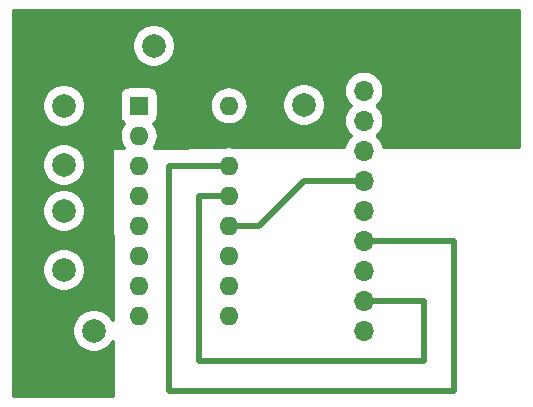
<source format=gbr>
G04 #@! TF.GenerationSoftware,KiCad,Pcbnew,(5.1.4)-1*
G04 #@! TF.CreationDate,2019-11-18T21:48:27+01:00*
G04 #@! TF.ProjectId,UART_RS232,55415254-5f52-4533-9233-322e6b696361,rev?*
G04 #@! TF.SameCoordinates,Original*
G04 #@! TF.FileFunction,Copper,L2,Bot*
G04 #@! TF.FilePolarity,Positive*
%FSLAX46Y46*%
G04 Gerber Fmt 4.6, Leading zero omitted, Abs format (unit mm)*
G04 Created by KiCad (PCBNEW (5.1.4)-1) date 2019-11-18 21:48:27*
%MOMM*%
%LPD*%
G04 APERTURE LIST*
%ADD10O,1.600000X1.600000*%
%ADD11R,1.600000X1.600000*%
%ADD12C,2.000000*%
%ADD13R,1.700000X1.700000*%
%ADD14O,1.700000X1.700000*%
%ADD15C,0.500000*%
%ADD16C,0.300000*%
G04 APERTURE END LIST*
D10*
X122580400Y-84226400D03*
X114960400Y-102006400D03*
X122580400Y-86766400D03*
X114960400Y-99466400D03*
X122580400Y-89306400D03*
X114960400Y-96926400D03*
X122580400Y-91846400D03*
X114960400Y-94386400D03*
X122580400Y-94386400D03*
X114960400Y-91846400D03*
X122580400Y-96926400D03*
X114960400Y-89306400D03*
X122580400Y-99466400D03*
X114960400Y-86766400D03*
X122580400Y-102006400D03*
D11*
X114960400Y-84226400D03*
D12*
X108610400Y-93116400D03*
X108610400Y-98116400D03*
X128930400Y-79146400D03*
X128930400Y-84146400D03*
D13*
X134010400Y-80416400D03*
D14*
X134010400Y-82956400D03*
X134010400Y-85496400D03*
X134010400Y-88036400D03*
X134010400Y-90576400D03*
X134010400Y-93116400D03*
X134010400Y-95656400D03*
X134010400Y-98196400D03*
X134010400Y-100736400D03*
X134010400Y-103276400D03*
D12*
X108610400Y-89226400D03*
X108610400Y-84226400D03*
X116230400Y-79146400D03*
X121230400Y-79146400D03*
X106150400Y-103276400D03*
X111150400Y-103276400D03*
D15*
X125120400Y-94386400D02*
X122580400Y-94386400D01*
X128930400Y-90576400D02*
X125120400Y-94386400D01*
X128930400Y-90576400D02*
X134010400Y-90576400D01*
X117500400Y-89306400D02*
X122580400Y-89306400D01*
X117500400Y-108356400D02*
X117500400Y-89306400D01*
X141630400Y-108356400D02*
X117500400Y-108356400D01*
X136550400Y-95656400D02*
X141630400Y-95656400D01*
X141630400Y-95656400D02*
X141630400Y-108356400D01*
X134010400Y-95656400D02*
X137820400Y-95656400D01*
X122580400Y-91846400D02*
X120040400Y-91846400D01*
X120040400Y-91846400D02*
X120040400Y-105816400D01*
X120040400Y-105816400D02*
X139090400Y-105816400D01*
X139090400Y-105816400D02*
X139090400Y-100736400D01*
X139090400Y-100736400D02*
X136550400Y-100736400D01*
X134010400Y-100736400D02*
X137820400Y-100736400D01*
D16*
G36*
X147105400Y-87708782D02*
G01*
X135688071Y-87726180D01*
X135685802Y-87703142D01*
X135588594Y-87382691D01*
X135430737Y-87087361D01*
X135218297Y-86828503D01*
X135142625Y-86766400D01*
X135218297Y-86704297D01*
X135430737Y-86445439D01*
X135588594Y-86150109D01*
X135685802Y-85829658D01*
X135718625Y-85496400D01*
X135685802Y-85163142D01*
X135588594Y-84842691D01*
X135430737Y-84547361D01*
X135218297Y-84288503D01*
X135142625Y-84226400D01*
X135218297Y-84164297D01*
X135430737Y-83905439D01*
X135588594Y-83610109D01*
X135685802Y-83289658D01*
X135718625Y-82956400D01*
X135685802Y-82623142D01*
X135588594Y-82302691D01*
X135430737Y-82007361D01*
X135218297Y-81748503D01*
X134959439Y-81536063D01*
X134664109Y-81378206D01*
X134343658Y-81280998D01*
X134093910Y-81256400D01*
X133926890Y-81256400D01*
X133677142Y-81280998D01*
X133356691Y-81378206D01*
X133061361Y-81536063D01*
X132802503Y-81748503D01*
X132590063Y-82007361D01*
X132432206Y-82302691D01*
X132334998Y-82623142D01*
X132302175Y-82956400D01*
X132334998Y-83289658D01*
X132432206Y-83610109D01*
X132590063Y-83905439D01*
X132802503Y-84164297D01*
X132878175Y-84226400D01*
X132802503Y-84288503D01*
X132590063Y-84547361D01*
X132432206Y-84842691D01*
X132334998Y-85163142D01*
X132302175Y-85496400D01*
X132334998Y-85829658D01*
X132432206Y-86150109D01*
X132590063Y-86445439D01*
X132802503Y-86704297D01*
X132878175Y-86766400D01*
X132802503Y-86828503D01*
X132590063Y-87087361D01*
X132432206Y-87382691D01*
X132334998Y-87703142D01*
X132332225Y-87731294D01*
X123118327Y-87745333D01*
X122903856Y-87680275D01*
X122661452Y-87656400D01*
X122499348Y-87656400D01*
X122256944Y-87680275D01*
X122037041Y-87746981D01*
X116282973Y-87755749D01*
X116338962Y-87687526D01*
X116492177Y-87400883D01*
X116586525Y-87089856D01*
X116618383Y-86766400D01*
X116586525Y-86442944D01*
X116492177Y-86131917D01*
X116338962Y-85845274D01*
X116243781Y-85729295D01*
X116364348Y-85630348D01*
X116470568Y-85500919D01*
X116549497Y-85353255D01*
X116598100Y-85193029D01*
X116614512Y-85026400D01*
X116614512Y-84226400D01*
X120922417Y-84226400D01*
X120954275Y-84549856D01*
X121048623Y-84860883D01*
X121201838Y-85147526D01*
X121408029Y-85398771D01*
X121659274Y-85604962D01*
X121945917Y-85758177D01*
X122256944Y-85852525D01*
X122499348Y-85876400D01*
X122661452Y-85876400D01*
X122903856Y-85852525D01*
X123214883Y-85758177D01*
X123501526Y-85604962D01*
X123752771Y-85398771D01*
X123958962Y-85147526D01*
X124112177Y-84860883D01*
X124206525Y-84549856D01*
X124238383Y-84226400D01*
X124212558Y-83964191D01*
X127080400Y-83964191D01*
X127080400Y-84328609D01*
X127151495Y-84686025D01*
X127290952Y-85022703D01*
X127493411Y-85325706D01*
X127751094Y-85583389D01*
X128054097Y-85785848D01*
X128390775Y-85925305D01*
X128748191Y-85996400D01*
X129112609Y-85996400D01*
X129470025Y-85925305D01*
X129806703Y-85785848D01*
X130109706Y-85583389D01*
X130367389Y-85325706D01*
X130569848Y-85022703D01*
X130709305Y-84686025D01*
X130780400Y-84328609D01*
X130780400Y-83964191D01*
X130709305Y-83606775D01*
X130569848Y-83270097D01*
X130367389Y-82967094D01*
X130109706Y-82709411D01*
X129806703Y-82506952D01*
X129470025Y-82367495D01*
X129112609Y-82296400D01*
X128748191Y-82296400D01*
X128390775Y-82367495D01*
X128054097Y-82506952D01*
X127751094Y-82709411D01*
X127493411Y-82967094D01*
X127290952Y-83270097D01*
X127151495Y-83606775D01*
X127080400Y-83964191D01*
X124212558Y-83964191D01*
X124206525Y-83902944D01*
X124112177Y-83591917D01*
X123958962Y-83305274D01*
X123752771Y-83054029D01*
X123501526Y-82847838D01*
X123214883Y-82694623D01*
X122903856Y-82600275D01*
X122661452Y-82576400D01*
X122499348Y-82576400D01*
X122256944Y-82600275D01*
X121945917Y-82694623D01*
X121659274Y-82847838D01*
X121408029Y-83054029D01*
X121201838Y-83305274D01*
X121048623Y-83591917D01*
X120954275Y-83902944D01*
X120922417Y-84226400D01*
X116614512Y-84226400D01*
X116614512Y-83426400D01*
X116598100Y-83259771D01*
X116549497Y-83099545D01*
X116470568Y-82951881D01*
X116364348Y-82822452D01*
X116234919Y-82716232D01*
X116087255Y-82637303D01*
X115927029Y-82588700D01*
X115760400Y-82572288D01*
X114160400Y-82572288D01*
X113993771Y-82588700D01*
X113833545Y-82637303D01*
X113685881Y-82716232D01*
X113556452Y-82822452D01*
X113450232Y-82951881D01*
X113371303Y-83099545D01*
X113322700Y-83259771D01*
X113306288Y-83426400D01*
X113306288Y-85026400D01*
X113322700Y-85193029D01*
X113371303Y-85353255D01*
X113450232Y-85500919D01*
X113556452Y-85630348D01*
X113677019Y-85729295D01*
X113581838Y-85845274D01*
X113428623Y-86131917D01*
X113334275Y-86442944D01*
X113302417Y-86766400D01*
X113334275Y-87089856D01*
X113428623Y-87400883D01*
X113581838Y-87687526D01*
X113641131Y-87759775D01*
X112844828Y-87760988D01*
X112815569Y-87763915D01*
X112787443Y-87772494D01*
X112761532Y-87786395D01*
X112738829Y-87805084D01*
X112720210Y-87827843D01*
X112706388Y-87853797D01*
X112697895Y-87881949D01*
X112695058Y-87911635D01*
X112757364Y-102351481D01*
X112587389Y-102097094D01*
X112329706Y-101839411D01*
X112026703Y-101636952D01*
X111690025Y-101497495D01*
X111332609Y-101426400D01*
X110968191Y-101426400D01*
X110610775Y-101497495D01*
X110274097Y-101636952D01*
X109971094Y-101839411D01*
X109713411Y-102097094D01*
X109510952Y-102400097D01*
X109371495Y-102736775D01*
X109300400Y-103094191D01*
X109300400Y-103458609D01*
X109371495Y-103816025D01*
X109510952Y-104152703D01*
X109713411Y-104455706D01*
X109971094Y-104713389D01*
X110274097Y-104915848D01*
X110610775Y-105055305D01*
X110968191Y-105126400D01*
X111332609Y-105126400D01*
X111690025Y-105055305D01*
X112026703Y-104915848D01*
X112329706Y-104713389D01*
X112587389Y-104455706D01*
X112765295Y-104189450D01*
X112784979Y-108751400D01*
X104405400Y-108751400D01*
X104405400Y-97934191D01*
X106760400Y-97934191D01*
X106760400Y-98298609D01*
X106831495Y-98656025D01*
X106970952Y-98992703D01*
X107173411Y-99295706D01*
X107431094Y-99553389D01*
X107734097Y-99755848D01*
X108070775Y-99895305D01*
X108428191Y-99966400D01*
X108792609Y-99966400D01*
X109150025Y-99895305D01*
X109486703Y-99755848D01*
X109789706Y-99553389D01*
X110047389Y-99295706D01*
X110249848Y-98992703D01*
X110389305Y-98656025D01*
X110460400Y-98298609D01*
X110460400Y-97934191D01*
X110389305Y-97576775D01*
X110249848Y-97240097D01*
X110047389Y-96937094D01*
X109789706Y-96679411D01*
X109486703Y-96476952D01*
X109150025Y-96337495D01*
X108792609Y-96266400D01*
X108428191Y-96266400D01*
X108070775Y-96337495D01*
X107734097Y-96476952D01*
X107431094Y-96679411D01*
X107173411Y-96937094D01*
X106970952Y-97240097D01*
X106831495Y-97576775D01*
X106760400Y-97934191D01*
X104405400Y-97934191D01*
X104405400Y-92934191D01*
X106760400Y-92934191D01*
X106760400Y-93298609D01*
X106831495Y-93656025D01*
X106970952Y-93992703D01*
X107173411Y-94295706D01*
X107431094Y-94553389D01*
X107734097Y-94755848D01*
X108070775Y-94895305D01*
X108428191Y-94966400D01*
X108792609Y-94966400D01*
X109150025Y-94895305D01*
X109486703Y-94755848D01*
X109789706Y-94553389D01*
X110047389Y-94295706D01*
X110249848Y-93992703D01*
X110389305Y-93656025D01*
X110460400Y-93298609D01*
X110460400Y-92934191D01*
X110389305Y-92576775D01*
X110249848Y-92240097D01*
X110047389Y-91937094D01*
X109789706Y-91679411D01*
X109486703Y-91476952D01*
X109150025Y-91337495D01*
X108792609Y-91266400D01*
X108428191Y-91266400D01*
X108070775Y-91337495D01*
X107734097Y-91476952D01*
X107431094Y-91679411D01*
X107173411Y-91937094D01*
X106970952Y-92240097D01*
X106831495Y-92576775D01*
X106760400Y-92934191D01*
X104405400Y-92934191D01*
X104405400Y-89044191D01*
X106760400Y-89044191D01*
X106760400Y-89408609D01*
X106831495Y-89766025D01*
X106970952Y-90102703D01*
X107173411Y-90405706D01*
X107431094Y-90663389D01*
X107734097Y-90865848D01*
X108070775Y-91005305D01*
X108428191Y-91076400D01*
X108792609Y-91076400D01*
X109150025Y-91005305D01*
X109486703Y-90865848D01*
X109789706Y-90663389D01*
X110047389Y-90405706D01*
X110249848Y-90102703D01*
X110389305Y-89766025D01*
X110460400Y-89408609D01*
X110460400Y-89044191D01*
X110389305Y-88686775D01*
X110249848Y-88350097D01*
X110047389Y-88047094D01*
X109789706Y-87789411D01*
X109486703Y-87586952D01*
X109150025Y-87447495D01*
X108792609Y-87376400D01*
X108428191Y-87376400D01*
X108070775Y-87447495D01*
X107734097Y-87586952D01*
X107431094Y-87789411D01*
X107173411Y-88047094D01*
X106970952Y-88350097D01*
X106831495Y-88686775D01*
X106760400Y-89044191D01*
X104405400Y-89044191D01*
X104405400Y-84044191D01*
X106760400Y-84044191D01*
X106760400Y-84408609D01*
X106831495Y-84766025D01*
X106970952Y-85102703D01*
X107173411Y-85405706D01*
X107431094Y-85663389D01*
X107734097Y-85865848D01*
X108070775Y-86005305D01*
X108428191Y-86076400D01*
X108792609Y-86076400D01*
X109150025Y-86005305D01*
X109486703Y-85865848D01*
X109789706Y-85663389D01*
X110047389Y-85405706D01*
X110249848Y-85102703D01*
X110389305Y-84766025D01*
X110460400Y-84408609D01*
X110460400Y-84044191D01*
X110389305Y-83686775D01*
X110249848Y-83350097D01*
X110047389Y-83047094D01*
X109789706Y-82789411D01*
X109486703Y-82586952D01*
X109150025Y-82447495D01*
X108792609Y-82376400D01*
X108428191Y-82376400D01*
X108070775Y-82447495D01*
X107734097Y-82586952D01*
X107431094Y-82789411D01*
X107173411Y-83047094D01*
X106970952Y-83350097D01*
X106831495Y-83686775D01*
X106760400Y-84044191D01*
X104405400Y-84044191D01*
X104405400Y-78964191D01*
X114380400Y-78964191D01*
X114380400Y-79328609D01*
X114451495Y-79686025D01*
X114590952Y-80022703D01*
X114793411Y-80325706D01*
X115051094Y-80583389D01*
X115354097Y-80785848D01*
X115690775Y-80925305D01*
X116048191Y-80996400D01*
X116412609Y-80996400D01*
X116770025Y-80925305D01*
X117106703Y-80785848D01*
X117409706Y-80583389D01*
X117667389Y-80325706D01*
X117869848Y-80022703D01*
X118009305Y-79686025D01*
X118080400Y-79328609D01*
X118080400Y-78964191D01*
X118009305Y-78606775D01*
X117869848Y-78270097D01*
X117667389Y-77967094D01*
X117409706Y-77709411D01*
X117106703Y-77506952D01*
X116770025Y-77367495D01*
X116412609Y-77296400D01*
X116048191Y-77296400D01*
X115690775Y-77367495D01*
X115354097Y-77506952D01*
X115051094Y-77709411D01*
X114793411Y-77967094D01*
X114590952Y-78270097D01*
X114451495Y-78606775D01*
X114380400Y-78964191D01*
X104405400Y-78964191D01*
X104405400Y-76211400D01*
X147105400Y-76211400D01*
X147105400Y-87708782D01*
X147105400Y-87708782D01*
G37*
X147105400Y-87708782D02*
X135688071Y-87726180D01*
X135685802Y-87703142D01*
X135588594Y-87382691D01*
X135430737Y-87087361D01*
X135218297Y-86828503D01*
X135142625Y-86766400D01*
X135218297Y-86704297D01*
X135430737Y-86445439D01*
X135588594Y-86150109D01*
X135685802Y-85829658D01*
X135718625Y-85496400D01*
X135685802Y-85163142D01*
X135588594Y-84842691D01*
X135430737Y-84547361D01*
X135218297Y-84288503D01*
X135142625Y-84226400D01*
X135218297Y-84164297D01*
X135430737Y-83905439D01*
X135588594Y-83610109D01*
X135685802Y-83289658D01*
X135718625Y-82956400D01*
X135685802Y-82623142D01*
X135588594Y-82302691D01*
X135430737Y-82007361D01*
X135218297Y-81748503D01*
X134959439Y-81536063D01*
X134664109Y-81378206D01*
X134343658Y-81280998D01*
X134093910Y-81256400D01*
X133926890Y-81256400D01*
X133677142Y-81280998D01*
X133356691Y-81378206D01*
X133061361Y-81536063D01*
X132802503Y-81748503D01*
X132590063Y-82007361D01*
X132432206Y-82302691D01*
X132334998Y-82623142D01*
X132302175Y-82956400D01*
X132334998Y-83289658D01*
X132432206Y-83610109D01*
X132590063Y-83905439D01*
X132802503Y-84164297D01*
X132878175Y-84226400D01*
X132802503Y-84288503D01*
X132590063Y-84547361D01*
X132432206Y-84842691D01*
X132334998Y-85163142D01*
X132302175Y-85496400D01*
X132334998Y-85829658D01*
X132432206Y-86150109D01*
X132590063Y-86445439D01*
X132802503Y-86704297D01*
X132878175Y-86766400D01*
X132802503Y-86828503D01*
X132590063Y-87087361D01*
X132432206Y-87382691D01*
X132334998Y-87703142D01*
X132332225Y-87731294D01*
X123118327Y-87745333D01*
X122903856Y-87680275D01*
X122661452Y-87656400D01*
X122499348Y-87656400D01*
X122256944Y-87680275D01*
X122037041Y-87746981D01*
X116282973Y-87755749D01*
X116338962Y-87687526D01*
X116492177Y-87400883D01*
X116586525Y-87089856D01*
X116618383Y-86766400D01*
X116586525Y-86442944D01*
X116492177Y-86131917D01*
X116338962Y-85845274D01*
X116243781Y-85729295D01*
X116364348Y-85630348D01*
X116470568Y-85500919D01*
X116549497Y-85353255D01*
X116598100Y-85193029D01*
X116614512Y-85026400D01*
X116614512Y-84226400D01*
X120922417Y-84226400D01*
X120954275Y-84549856D01*
X121048623Y-84860883D01*
X121201838Y-85147526D01*
X121408029Y-85398771D01*
X121659274Y-85604962D01*
X121945917Y-85758177D01*
X122256944Y-85852525D01*
X122499348Y-85876400D01*
X122661452Y-85876400D01*
X122903856Y-85852525D01*
X123214883Y-85758177D01*
X123501526Y-85604962D01*
X123752771Y-85398771D01*
X123958962Y-85147526D01*
X124112177Y-84860883D01*
X124206525Y-84549856D01*
X124238383Y-84226400D01*
X124212558Y-83964191D01*
X127080400Y-83964191D01*
X127080400Y-84328609D01*
X127151495Y-84686025D01*
X127290952Y-85022703D01*
X127493411Y-85325706D01*
X127751094Y-85583389D01*
X128054097Y-85785848D01*
X128390775Y-85925305D01*
X128748191Y-85996400D01*
X129112609Y-85996400D01*
X129470025Y-85925305D01*
X129806703Y-85785848D01*
X130109706Y-85583389D01*
X130367389Y-85325706D01*
X130569848Y-85022703D01*
X130709305Y-84686025D01*
X130780400Y-84328609D01*
X130780400Y-83964191D01*
X130709305Y-83606775D01*
X130569848Y-83270097D01*
X130367389Y-82967094D01*
X130109706Y-82709411D01*
X129806703Y-82506952D01*
X129470025Y-82367495D01*
X129112609Y-82296400D01*
X128748191Y-82296400D01*
X128390775Y-82367495D01*
X128054097Y-82506952D01*
X127751094Y-82709411D01*
X127493411Y-82967094D01*
X127290952Y-83270097D01*
X127151495Y-83606775D01*
X127080400Y-83964191D01*
X124212558Y-83964191D01*
X124206525Y-83902944D01*
X124112177Y-83591917D01*
X123958962Y-83305274D01*
X123752771Y-83054029D01*
X123501526Y-82847838D01*
X123214883Y-82694623D01*
X122903856Y-82600275D01*
X122661452Y-82576400D01*
X122499348Y-82576400D01*
X122256944Y-82600275D01*
X121945917Y-82694623D01*
X121659274Y-82847838D01*
X121408029Y-83054029D01*
X121201838Y-83305274D01*
X121048623Y-83591917D01*
X120954275Y-83902944D01*
X120922417Y-84226400D01*
X116614512Y-84226400D01*
X116614512Y-83426400D01*
X116598100Y-83259771D01*
X116549497Y-83099545D01*
X116470568Y-82951881D01*
X116364348Y-82822452D01*
X116234919Y-82716232D01*
X116087255Y-82637303D01*
X115927029Y-82588700D01*
X115760400Y-82572288D01*
X114160400Y-82572288D01*
X113993771Y-82588700D01*
X113833545Y-82637303D01*
X113685881Y-82716232D01*
X113556452Y-82822452D01*
X113450232Y-82951881D01*
X113371303Y-83099545D01*
X113322700Y-83259771D01*
X113306288Y-83426400D01*
X113306288Y-85026400D01*
X113322700Y-85193029D01*
X113371303Y-85353255D01*
X113450232Y-85500919D01*
X113556452Y-85630348D01*
X113677019Y-85729295D01*
X113581838Y-85845274D01*
X113428623Y-86131917D01*
X113334275Y-86442944D01*
X113302417Y-86766400D01*
X113334275Y-87089856D01*
X113428623Y-87400883D01*
X113581838Y-87687526D01*
X113641131Y-87759775D01*
X112844828Y-87760988D01*
X112815569Y-87763915D01*
X112787443Y-87772494D01*
X112761532Y-87786395D01*
X112738829Y-87805084D01*
X112720210Y-87827843D01*
X112706388Y-87853797D01*
X112697895Y-87881949D01*
X112695058Y-87911635D01*
X112757364Y-102351481D01*
X112587389Y-102097094D01*
X112329706Y-101839411D01*
X112026703Y-101636952D01*
X111690025Y-101497495D01*
X111332609Y-101426400D01*
X110968191Y-101426400D01*
X110610775Y-101497495D01*
X110274097Y-101636952D01*
X109971094Y-101839411D01*
X109713411Y-102097094D01*
X109510952Y-102400097D01*
X109371495Y-102736775D01*
X109300400Y-103094191D01*
X109300400Y-103458609D01*
X109371495Y-103816025D01*
X109510952Y-104152703D01*
X109713411Y-104455706D01*
X109971094Y-104713389D01*
X110274097Y-104915848D01*
X110610775Y-105055305D01*
X110968191Y-105126400D01*
X111332609Y-105126400D01*
X111690025Y-105055305D01*
X112026703Y-104915848D01*
X112329706Y-104713389D01*
X112587389Y-104455706D01*
X112765295Y-104189450D01*
X112784979Y-108751400D01*
X104405400Y-108751400D01*
X104405400Y-97934191D01*
X106760400Y-97934191D01*
X106760400Y-98298609D01*
X106831495Y-98656025D01*
X106970952Y-98992703D01*
X107173411Y-99295706D01*
X107431094Y-99553389D01*
X107734097Y-99755848D01*
X108070775Y-99895305D01*
X108428191Y-99966400D01*
X108792609Y-99966400D01*
X109150025Y-99895305D01*
X109486703Y-99755848D01*
X109789706Y-99553389D01*
X110047389Y-99295706D01*
X110249848Y-98992703D01*
X110389305Y-98656025D01*
X110460400Y-98298609D01*
X110460400Y-97934191D01*
X110389305Y-97576775D01*
X110249848Y-97240097D01*
X110047389Y-96937094D01*
X109789706Y-96679411D01*
X109486703Y-96476952D01*
X109150025Y-96337495D01*
X108792609Y-96266400D01*
X108428191Y-96266400D01*
X108070775Y-96337495D01*
X107734097Y-96476952D01*
X107431094Y-96679411D01*
X107173411Y-96937094D01*
X106970952Y-97240097D01*
X106831495Y-97576775D01*
X106760400Y-97934191D01*
X104405400Y-97934191D01*
X104405400Y-92934191D01*
X106760400Y-92934191D01*
X106760400Y-93298609D01*
X106831495Y-93656025D01*
X106970952Y-93992703D01*
X107173411Y-94295706D01*
X107431094Y-94553389D01*
X107734097Y-94755848D01*
X108070775Y-94895305D01*
X108428191Y-94966400D01*
X108792609Y-94966400D01*
X109150025Y-94895305D01*
X109486703Y-94755848D01*
X109789706Y-94553389D01*
X110047389Y-94295706D01*
X110249848Y-93992703D01*
X110389305Y-93656025D01*
X110460400Y-93298609D01*
X110460400Y-92934191D01*
X110389305Y-92576775D01*
X110249848Y-92240097D01*
X110047389Y-91937094D01*
X109789706Y-91679411D01*
X109486703Y-91476952D01*
X109150025Y-91337495D01*
X108792609Y-91266400D01*
X108428191Y-91266400D01*
X108070775Y-91337495D01*
X107734097Y-91476952D01*
X107431094Y-91679411D01*
X107173411Y-91937094D01*
X106970952Y-92240097D01*
X106831495Y-92576775D01*
X106760400Y-92934191D01*
X104405400Y-92934191D01*
X104405400Y-89044191D01*
X106760400Y-89044191D01*
X106760400Y-89408609D01*
X106831495Y-89766025D01*
X106970952Y-90102703D01*
X107173411Y-90405706D01*
X107431094Y-90663389D01*
X107734097Y-90865848D01*
X108070775Y-91005305D01*
X108428191Y-91076400D01*
X108792609Y-91076400D01*
X109150025Y-91005305D01*
X109486703Y-90865848D01*
X109789706Y-90663389D01*
X110047389Y-90405706D01*
X110249848Y-90102703D01*
X110389305Y-89766025D01*
X110460400Y-89408609D01*
X110460400Y-89044191D01*
X110389305Y-88686775D01*
X110249848Y-88350097D01*
X110047389Y-88047094D01*
X109789706Y-87789411D01*
X109486703Y-87586952D01*
X109150025Y-87447495D01*
X108792609Y-87376400D01*
X108428191Y-87376400D01*
X108070775Y-87447495D01*
X107734097Y-87586952D01*
X107431094Y-87789411D01*
X107173411Y-88047094D01*
X106970952Y-88350097D01*
X106831495Y-88686775D01*
X106760400Y-89044191D01*
X104405400Y-89044191D01*
X104405400Y-84044191D01*
X106760400Y-84044191D01*
X106760400Y-84408609D01*
X106831495Y-84766025D01*
X106970952Y-85102703D01*
X107173411Y-85405706D01*
X107431094Y-85663389D01*
X107734097Y-85865848D01*
X108070775Y-86005305D01*
X108428191Y-86076400D01*
X108792609Y-86076400D01*
X109150025Y-86005305D01*
X109486703Y-85865848D01*
X109789706Y-85663389D01*
X110047389Y-85405706D01*
X110249848Y-85102703D01*
X110389305Y-84766025D01*
X110460400Y-84408609D01*
X110460400Y-84044191D01*
X110389305Y-83686775D01*
X110249848Y-83350097D01*
X110047389Y-83047094D01*
X109789706Y-82789411D01*
X109486703Y-82586952D01*
X109150025Y-82447495D01*
X108792609Y-82376400D01*
X108428191Y-82376400D01*
X108070775Y-82447495D01*
X107734097Y-82586952D01*
X107431094Y-82789411D01*
X107173411Y-83047094D01*
X106970952Y-83350097D01*
X106831495Y-83686775D01*
X106760400Y-84044191D01*
X104405400Y-84044191D01*
X104405400Y-78964191D01*
X114380400Y-78964191D01*
X114380400Y-79328609D01*
X114451495Y-79686025D01*
X114590952Y-80022703D01*
X114793411Y-80325706D01*
X115051094Y-80583389D01*
X115354097Y-80785848D01*
X115690775Y-80925305D01*
X116048191Y-80996400D01*
X116412609Y-80996400D01*
X116770025Y-80925305D01*
X117106703Y-80785848D01*
X117409706Y-80583389D01*
X117667389Y-80325706D01*
X117869848Y-80022703D01*
X118009305Y-79686025D01*
X118080400Y-79328609D01*
X118080400Y-78964191D01*
X118009305Y-78606775D01*
X117869848Y-78270097D01*
X117667389Y-77967094D01*
X117409706Y-77709411D01*
X117106703Y-77506952D01*
X116770025Y-77367495D01*
X116412609Y-77296400D01*
X116048191Y-77296400D01*
X115690775Y-77367495D01*
X115354097Y-77506952D01*
X115051094Y-77709411D01*
X114793411Y-77967094D01*
X114590952Y-78270097D01*
X114451495Y-78606775D01*
X114380400Y-78964191D01*
X104405400Y-78964191D01*
X104405400Y-76211400D01*
X147105400Y-76211400D01*
X147105400Y-87708782D01*
M02*

</source>
